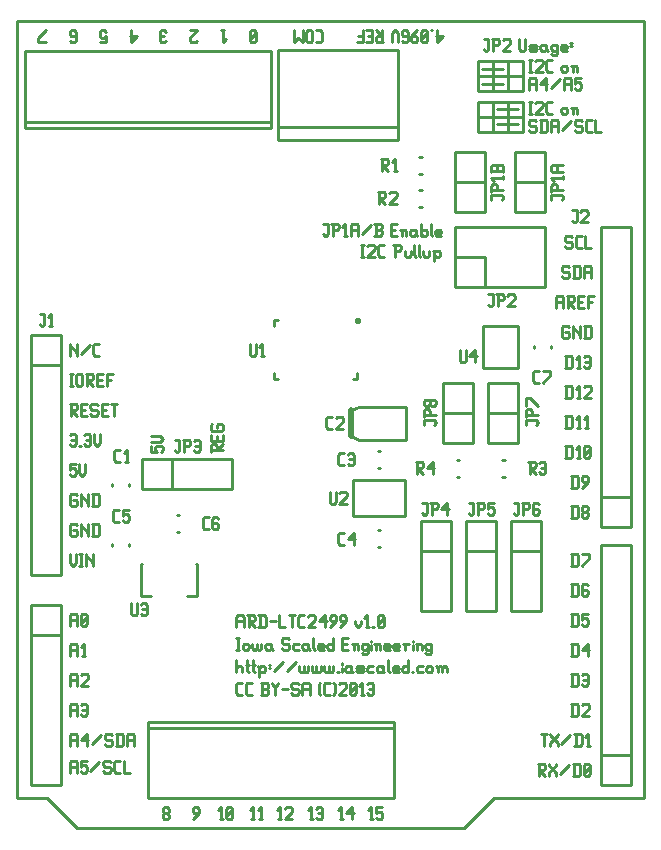
<source format=gbr>
G04 start of page 8 for group -4079 idx -4079 *
G04 Title: (unknown), topsilk *
G04 Creator: pcb 20110918 *
G04 CreationDate: Sat 02 Feb 2013 08:58:03 PM GMT UTC *
G04 For: petersen *
G04 Format: Gerber/RS-274X *
G04 PCB-Dimensions: 210000 270000 *
G04 PCB-Coordinate-Origin: lower left *
%MOIN*%
%FSLAX25Y25*%
%LNTOPSILK*%
%ADD64C,0.0200*%
%ADD63C,0.0100*%
G54D63*X209500Y269500D02*Y10500D01*
X159500D02*X149500Y500D01*
X209500Y10500D02*X159500D01*
X160500Y240100D02*X167500D01*
X160500Y235100D02*X167500D01*
X149500Y500D02*X20500D01*
X500Y10500D02*X10500D01*
X20500Y500D02*X10500Y10500D01*
X500D02*Y269500D01*
X209500D01*
X154000Y246100D02*X169000D01*
Y251100D02*X154000D01*
Y256100D02*X169000D01*
Y246100D01*
X164000Y256100D02*Y246100D01*
X159000Y256100D02*Y246100D01*
X154000Y256100D02*Y246100D01*
Y232600D02*X169000D01*
Y237600D02*X154000D01*
Y242600D02*X169000D01*
Y232600D01*
X164000Y242600D02*Y232600D01*
X159000Y242600D02*Y232600D01*
X154000Y242600D02*Y232600D01*
X155500Y253600D02*X162500D01*
X155500Y248600D02*X162500D01*
X18000Y22500D02*Y19000D01*
Y22500D02*X18500Y23000D01*
X20000D01*
X20500Y22500D01*
Y19000D01*
X18000Y21000D02*X20500D01*
X21700Y23000D02*X23700D01*
X21700D02*Y21000D01*
X22200Y21500D01*
X23200D01*
X23700Y21000D01*
Y19500D01*
X23200Y19000D02*X23700Y19500D01*
X22200Y19000D02*X23200D01*
X21700Y19500D02*X22200Y19000D01*
X24900Y19500D02*X27900Y22500D01*
X31100Y23000D02*X31600Y22500D01*
X29600Y23000D02*X31100D01*
X29100Y22500D02*X29600Y23000D01*
X29100Y22500D02*Y21500D01*
X29600Y21000D01*
X31100D01*
X31600Y20500D01*
Y19500D01*
X31100Y19000D02*X31600Y19500D01*
X29600Y19000D02*X31100D01*
X29100Y19500D02*X29600Y19000D01*
X33300D02*X34800D01*
X32800Y19500D02*X33300Y19000D01*
X32800Y22500D02*Y19500D01*
Y22500D02*X33300Y23000D01*
X34800D01*
X36000D02*Y19000D01*
X38000D01*
X18000Y31500D02*Y28000D01*
Y31500D02*X18500Y32000D01*
X20000D01*
X20500Y31500D01*
Y28000D01*
X18000Y30000D02*X20500D01*
X21700D02*X23700Y32000D01*
X21700Y30000D02*X24200D01*
X23700Y32000D02*Y28000D01*
X25400Y28500D02*X28400Y31500D01*
X31600Y32000D02*X32100Y31500D01*
X30100Y32000D02*X31600D01*
X29600Y31500D02*X30100Y32000D01*
X29600Y31500D02*Y30500D01*
X30100Y30000D01*
X31600D01*
X32100Y29500D01*
Y28500D01*
X31600Y28000D02*X32100Y28500D01*
X30100Y28000D02*X31600D01*
X29600Y28500D02*X30100Y28000D01*
X33800Y32000D02*Y28000D01*
X35300Y32000D02*X35800Y31500D01*
Y28500D01*
X35300Y28000D02*X35800Y28500D01*
X33300Y28000D02*X35300D01*
X33300Y32000D02*X35300D01*
X37000Y31500D02*Y28000D01*
Y31500D02*X37500Y32000D01*
X39000D01*
X39500Y31500D01*
Y28000D01*
X37000Y30000D02*X39500D01*
X18000Y41500D02*Y38000D01*
Y41500D02*X18500Y42000D01*
X20000D01*
X20500Y41500D01*
Y38000D01*
X18000Y40000D02*X20500D01*
X21700Y41500D02*X22200Y42000D01*
X23200D01*
X23700Y41500D01*
Y38500D01*
X23200Y38000D02*X23700Y38500D01*
X22200Y38000D02*X23200D01*
X21700Y38500D02*X22200Y38000D01*
Y40000D02*X23700D01*
X18000Y51500D02*Y48000D01*
Y51500D02*X18500Y52000D01*
X20000D01*
X20500Y51500D01*
Y48000D01*
X18000Y50000D02*X20500D01*
X21700Y51500D02*X22200Y52000D01*
X23700D01*
X24200Y51500D01*
Y50500D01*
X21700Y48000D02*X24200Y50500D01*
X21700Y48000D02*X24200D01*
X18000Y61500D02*Y58000D01*
Y61500D02*X18500Y62000D01*
X20000D01*
X20500Y61500D01*
Y58000D01*
X18000Y60000D02*X20500D01*
X22200Y58000D02*X23200D01*
X22700Y62000D02*Y58000D01*
X21700Y61000D02*X22700Y62000D01*
X73500Y64000D02*X74500D01*
X74000D02*Y60000D01*
X73500D02*X74500D01*
X75700Y61500D02*Y60500D01*
Y61500D02*X76200Y62000D01*
X77200D01*
X77700Y61500D01*
Y60500D01*
X77200Y60000D02*X77700Y60500D01*
X76200Y60000D02*X77200D01*
X75700Y60500D02*X76200Y60000D01*
X78900Y62000D02*Y60500D01*
X79400Y60000D01*
X79900D01*
X80400Y60500D01*
Y62000D02*Y60500D01*
X80900Y60000D01*
X81400D01*
X81900Y60500D01*
Y62000D02*Y60500D01*
X84600Y62000D02*X85100Y61500D01*
X83600Y62000D02*X84600D01*
X83100Y61500D02*X83600Y62000D01*
X83100Y61500D02*Y60500D01*
X83600Y60000D01*
X85100Y62000D02*Y60500D01*
X85600Y60000D01*
X83600D02*X84600D01*
X85100Y60500D01*
X90600Y64000D02*X91100Y63500D01*
X89100Y64000D02*X90600D01*
X88600Y63500D02*X89100Y64000D01*
X88600Y63500D02*Y62500D01*
X89100Y62000D01*
X90600D01*
X91100Y61500D01*
Y60500D01*
X90600Y60000D02*X91100Y60500D01*
X89100Y60000D02*X90600D01*
X88600Y60500D02*X89100Y60000D01*
X92800Y62000D02*X94300D01*
X92300Y61500D02*X92800Y62000D01*
X92300Y61500D02*Y60500D01*
X92800Y60000D01*
X94300D01*
X97000Y62000D02*X97500Y61500D01*
X96000Y62000D02*X97000D01*
X95500Y61500D02*X96000Y62000D01*
X95500Y61500D02*Y60500D01*
X96000Y60000D01*
X97500Y62000D02*Y60500D01*
X98000Y60000D01*
X96000D02*X97000D01*
X97500Y60500D01*
X99200Y64000D02*Y60500D01*
X99700Y60000D01*
X101200D02*X102700D01*
X100700Y60500D02*X101200Y60000D01*
X100700Y61500D02*Y60500D01*
Y61500D02*X101200Y62000D01*
X102200D01*
X102700Y61500D01*
X100700Y61000D02*X102700D01*
Y61500D02*Y61000D01*
X105900Y64000D02*Y60000D01*
X105400D02*X105900Y60500D01*
X104400Y60000D02*X105400D01*
X103900Y60500D02*X104400Y60000D01*
X103900Y61500D02*Y60500D01*
Y61500D02*X104400Y62000D01*
X105400D01*
X105900Y61500D01*
X108900Y62000D02*X110400D01*
X108900Y60000D02*X110900D01*
X108900Y64000D02*Y60000D01*
Y64000D02*X110900D01*
X112600Y61500D02*Y60000D01*
Y61500D02*X113100Y62000D01*
X113600D01*
X114100Y61500D01*
Y60000D01*
X112100Y62000D02*X112600Y61500D01*
X116800Y62000D02*X117300Y61500D01*
X115800Y62000D02*X116800D01*
X115300Y61500D02*X115800Y62000D01*
X115300Y61500D02*Y60500D01*
X115800Y60000D01*
X116800D01*
X117300Y60500D01*
X115300Y59000D02*X115800Y58500D01*
X116800D01*
X117300Y59000D01*
Y62000D02*Y59000D01*
X118500Y63000D02*Y62500D01*
Y61500D02*Y60000D01*
X120000Y61500D02*Y60000D01*
Y61500D02*X120500Y62000D01*
X121000D01*
X121500Y61500D01*
Y60000D01*
X119500Y62000D02*X120000Y61500D01*
X123200Y60000D02*X124700D01*
X122700Y60500D02*X123200Y60000D01*
X122700Y61500D02*Y60500D01*
Y61500D02*X123200Y62000D01*
X124200D01*
X124700Y61500D01*
X122700Y61000D02*X124700D01*
Y61500D02*Y61000D01*
X126400Y60000D02*X127900D01*
X125900Y60500D02*X126400Y60000D01*
X125900Y61500D02*Y60500D01*
Y61500D02*X126400Y62000D01*
X127400D01*
X127900Y61500D01*
X125900Y61000D02*X127900D01*
Y61500D02*Y61000D01*
X129600Y61500D02*Y60000D01*
Y61500D02*X130100Y62000D01*
X131100D01*
X129100D02*X129600Y61500D01*
X132300Y63000D02*Y62500D01*
Y61500D02*Y60000D01*
X133800Y61500D02*Y60000D01*
Y61500D02*X134300Y62000D01*
X134800D01*
X135300Y61500D01*
Y60000D01*
X133300Y62000D02*X133800Y61500D01*
X138000Y62000D02*X138500Y61500D01*
X137000Y62000D02*X138000D01*
X136500Y61500D02*X137000Y62000D01*
X136500Y61500D02*Y60500D01*
X137000Y60000D01*
X138000D01*
X138500Y60500D01*
X136500Y59000D02*X137000Y58500D01*
X138000D01*
X138500Y59000D01*
Y62000D02*Y59000D01*
X73500Y56500D02*Y52500D01*
Y54000D02*X74000Y54500D01*
X75000D01*
X75500Y54000D01*
Y52500D01*
X77200Y56500D02*Y53000D01*
X77700Y52500D01*
X76700Y55000D02*X77700D01*
X79200Y56500D02*Y53000D01*
X79700Y52500D01*
X78700Y55000D02*X79700D01*
X81200Y54000D02*Y51000D01*
X80700Y54500D02*X81200Y54000D01*
X81700Y54500D01*
X82700D01*
X83200Y54000D01*
Y53000D01*
X82700Y52500D02*X83200Y53000D01*
X81700Y52500D02*X82700D01*
X81200Y53000D02*X81700Y52500D01*
X84400Y55000D02*X84900D01*
X84400Y54000D02*X84900D01*
X86100Y53000D02*X89100Y56000D01*
X90300Y53000D02*X93300Y56000D01*
X94500Y54500D02*Y53000D01*
X95000Y52500D01*
X95500D01*
X96000Y53000D01*
Y54500D02*Y53000D01*
X96500Y52500D01*
X97000D01*
X97500Y53000D01*
Y54500D02*Y53000D01*
X98700Y54500D02*Y53000D01*
X99200Y52500D01*
X99700D01*
X100200Y53000D01*
Y54500D02*Y53000D01*
X100700Y52500D01*
X101200D01*
X101700Y53000D01*
Y54500D02*Y53000D01*
X102900Y54500D02*Y53000D01*
X103400Y52500D01*
X103900D01*
X104400Y53000D01*
Y54500D02*Y53000D01*
X104900Y52500D01*
X105400D01*
X105900Y53000D01*
Y54500D02*Y53000D01*
X107100Y52500D02*X107600D01*
X108800Y55500D02*Y55000D01*
Y54000D02*Y52500D01*
X111300Y54500D02*X111800Y54000D01*
X110300Y54500D02*X111300D01*
X109800Y54000D02*X110300Y54500D01*
X109800Y54000D02*Y53000D01*
X110300Y52500D01*
X111800Y54500D02*Y53000D01*
X112300Y52500D01*
X110300D02*X111300D01*
X111800Y53000D01*
X114000Y52500D02*X115500D01*
X116000Y53000D01*
X115500Y53500D02*X116000Y53000D01*
X114000Y53500D02*X115500D01*
X113500Y54000D02*X114000Y53500D01*
X113500Y54000D02*X114000Y54500D01*
X115500D01*
X116000Y54000D01*
X113500Y53000D02*X114000Y52500D01*
X117700Y54500D02*X119200D01*
X117200Y54000D02*X117700Y54500D01*
X117200Y54000D02*Y53000D01*
X117700Y52500D01*
X119200D01*
X121900Y54500D02*X122400Y54000D01*
X120900Y54500D02*X121900D01*
X120400Y54000D02*X120900Y54500D01*
X120400Y54000D02*Y53000D01*
X120900Y52500D01*
X122400Y54500D02*Y53000D01*
X122900Y52500D01*
X120900D02*X121900D01*
X122400Y53000D01*
X124100Y56500D02*Y53000D01*
X124600Y52500D01*
X126100D02*X127600D01*
X125600Y53000D02*X126100Y52500D01*
X125600Y54000D02*Y53000D01*
Y54000D02*X126100Y54500D01*
X127100D01*
X127600Y54000D01*
X125600Y53500D02*X127600D01*
Y54000D02*Y53500D01*
X130800Y56500D02*Y52500D01*
X130300D02*X130800Y53000D01*
X129300Y52500D02*X130300D01*
X128800Y53000D02*X129300Y52500D01*
X128800Y54000D02*Y53000D01*
Y54000D02*X129300Y54500D01*
X130300D01*
X130800Y54000D01*
X132000Y52500D02*X132500D01*
X134200Y54500D02*X135700D01*
X133700Y54000D02*X134200Y54500D01*
X133700Y54000D02*Y53000D01*
X134200Y52500D01*
X135700D01*
X136900Y54000D02*Y53000D01*
Y54000D02*X137400Y54500D01*
X138400D01*
X138900Y54000D01*
Y53000D01*
X138400Y52500D02*X138900Y53000D01*
X137400Y52500D02*X138400D01*
X136900Y53000D02*X137400Y52500D01*
X140600Y54000D02*Y52500D01*
Y54000D02*X141100Y54500D01*
X141600D01*
X142100Y54000D01*
Y52500D01*
Y54000D02*X142600Y54500D01*
X143100D01*
X143600Y54000D01*
Y52500D01*
X140100Y54500D02*X140600Y54000D01*
X74000Y45000D02*X75500D01*
X73500Y45500D02*X74000Y45000D01*
X73500Y48500D02*Y45500D01*
Y48500D02*X74000Y49000D01*
X75500D01*
X77200Y45000D02*X78700D01*
X76700Y45500D02*X77200Y45000D01*
X76700Y48500D02*Y45500D01*
Y48500D02*X77200Y49000D01*
X78700D01*
X81700Y45000D02*X83700D01*
X84200Y45500D01*
Y46500D02*Y45500D01*
X83700Y47000D02*X84200Y46500D01*
X82200Y47000D02*X83700D01*
X82200Y49000D02*Y45000D01*
X81700Y49000D02*X83700D01*
X84200Y48500D01*
Y47500D01*
X83700Y47000D02*X84200Y47500D01*
X85400Y49000D02*Y48500D01*
X86400Y47500D01*
X87400Y48500D01*
Y49000D02*Y48500D01*
X86400Y47500D02*Y45000D01*
X88600Y47000D02*X90600D01*
X93800Y49000D02*X94300Y48500D01*
X92300Y49000D02*X93800D01*
X91800Y48500D02*X92300Y49000D01*
X91800Y48500D02*Y47500D01*
X92300Y47000D01*
X93800D01*
X94300Y46500D01*
Y45500D01*
X93800Y45000D02*X94300Y45500D01*
X92300Y45000D02*X93800D01*
X91800Y45500D02*X92300Y45000D01*
X95500Y48500D02*Y45000D01*
Y48500D02*X96000Y49000D01*
X97500D01*
X98000Y48500D01*
Y45000D01*
X95500Y47000D02*X98000D01*
X101000Y45500D02*X101500Y45000D01*
X101000Y48500D02*X101500Y49000D01*
X101000Y48500D02*Y45500D01*
X103200Y45000D02*X104700D01*
X102700Y45500D02*X103200Y45000D01*
X102700Y48500D02*Y45500D01*
Y48500D02*X103200Y49000D01*
X104700D01*
X105900D02*X106400Y48500D01*
Y45500D01*
X105900Y45000D02*X106400Y45500D01*
X107600Y48500D02*X108100Y49000D01*
X109600D01*
X110100Y48500D01*
Y47500D01*
X107600Y45000D02*X110100Y47500D01*
X107600Y45000D02*X110100D01*
X111300Y45500D02*X111800Y45000D01*
X111300Y48500D02*Y45500D01*
Y48500D02*X111800Y49000D01*
X112800D01*
X113300Y48500D01*
Y45500D01*
X112800Y45000D02*X113300Y45500D01*
X111800Y45000D02*X112800D01*
X111300Y46000D02*X113300Y48000D01*
X115000Y45000D02*X116000D01*
X115500Y49000D02*Y45000D01*
X114500Y48000D02*X115500Y49000D01*
X117200Y48500D02*X117700Y49000D01*
X118700D01*
X119200Y48500D01*
Y45500D01*
X118700Y45000D02*X119200Y45500D01*
X117700Y45000D02*X118700D01*
X117200Y45500D02*X117700Y45000D01*
Y47000D02*X119200D01*
X18000Y71500D02*Y68000D01*
Y71500D02*X18500Y72000D01*
X20000D01*
X20500Y71500D01*
Y68000D01*
X18000Y70000D02*X20500D01*
X21700Y68500D02*X22200Y68000D01*
X21700Y71500D02*Y68500D01*
Y71500D02*X22200Y72000D01*
X23200D01*
X23700Y71500D01*
Y68500D01*
X23200Y68000D02*X23700Y68500D01*
X22200Y68000D02*X23200D01*
X21700Y69000D02*X23700Y71000D01*
X73500D02*Y67500D01*
Y71000D02*X74000Y71500D01*
X75500D01*
X76000Y71000D01*
Y67500D01*
X73500Y69500D02*X76000D01*
X77200Y71500D02*X79200D01*
X79700Y71000D01*
Y70000D01*
X79200Y69500D02*X79700Y70000D01*
X77700Y69500D02*X79200D01*
X77700Y71500D02*Y67500D01*
Y69500D02*X79700Y67500D01*
X81400Y71500D02*Y67500D01*
X82900Y71500D02*X83400Y71000D01*
Y68000D01*
X82900Y67500D02*X83400Y68000D01*
X80900Y67500D02*X82900D01*
X80900Y71500D02*X82900D01*
X84600Y69500D02*X86600D01*
X87800Y71500D02*Y67500D01*
X89800D01*
X91000Y71500D02*X93000D01*
X92000D02*Y67500D01*
X94700D02*X96200D01*
X94200Y68000D02*X94700Y67500D01*
X94200Y71000D02*Y68000D01*
Y71000D02*X94700Y71500D01*
X96200D01*
X97400Y71000D02*X97900Y71500D01*
X99400D01*
X99900Y71000D01*
Y70000D01*
X97400Y67500D02*X99900Y70000D01*
X97400Y67500D02*X99900D01*
X101100Y69500D02*X103100Y71500D01*
X101100Y69500D02*X103600D01*
X103100Y71500D02*Y67500D01*
X104800D02*X106800Y69500D01*
Y71000D02*Y69500D01*
X106300Y71500D02*X106800Y71000D01*
X105300Y71500D02*X106300D01*
X104800Y71000D02*X105300Y71500D01*
X104800Y71000D02*Y70000D01*
X105300Y69500D01*
X106800D01*
X108000Y67500D02*X110000Y69500D01*
Y71000D02*Y69500D01*
X109500Y71500D02*X110000Y71000D01*
X108500Y71500D02*X109500D01*
X108000Y71000D02*X108500Y71500D01*
X108000Y71000D02*Y70000D01*
X108500Y69500D01*
X110000D01*
X113000D02*Y68500D01*
X114000Y67500D01*
X115000Y68500D01*
Y69500D02*Y68500D01*
X116700Y67500D02*X117700D01*
X117200Y71500D02*Y67500D01*
X116200Y70500D02*X117200Y71500D01*
X118900Y67500D02*X119400D01*
X120600Y68000D02*X121100Y67500D01*
X120600Y71000D02*Y68000D01*
Y71000D02*X121100Y71500D01*
X122100D01*
X122600Y71000D01*
Y68000D01*
X122100Y67500D02*X122600Y68000D01*
X121100Y67500D02*X122100D01*
X120600Y68500D02*X122600Y70500D01*
X49000Y4000D02*X49500Y3500D01*
X49000Y5000D02*Y4000D01*
Y5000D02*X49500Y5500D01*
X50500D01*
X51000Y5000D01*
Y4000D01*
X50500Y3500D02*X51000Y4000D01*
X49500Y3500D02*X50500D01*
X49000Y6000D02*X49500Y5500D01*
X49000Y7000D02*Y6000D01*
Y7000D02*X49500Y7500D01*
X50500D01*
X51000Y7000D01*
Y6000D01*
X50500Y5500D02*X51000Y6000D01*
X59000Y3500D02*X61000Y5500D01*
Y7000D02*Y5500D01*
X60500Y7500D02*X61000Y7000D01*
X59500Y7500D02*X60500D01*
X59000Y7000D02*X59500Y7500D01*
X59000Y7000D02*Y6000D01*
X59500Y5500D01*
X61000D01*
X68000Y3500D02*X69000D01*
X68500Y7500D02*Y3500D01*
X67500Y6500D02*X68500Y7500D01*
X70200Y4000D02*X70700Y3500D01*
X70200Y7000D02*Y4000D01*
Y7000D02*X70700Y7500D01*
X71700D01*
X72200Y7000D01*
Y4000D01*
X71700Y3500D02*X72200Y4000D01*
X70700Y3500D02*X71700D01*
X70200Y4500D02*X72200Y6500D01*
X78500Y3500D02*X79500D01*
X79000Y7500D02*Y3500D01*
X78000Y6500D02*X79000Y7500D01*
X81200Y3500D02*X82200D01*
X81700Y7500D02*Y3500D01*
X80700Y6500D02*X81700Y7500D01*
X87500Y3500D02*X88500D01*
X88000Y7500D02*Y3500D01*
X87000Y6500D02*X88000Y7500D01*
X89700Y7000D02*X90200Y7500D01*
X91700D01*
X92200Y7000D01*
Y6000D01*
X89700Y3500D02*X92200Y6000D01*
X89700Y3500D02*X92200D01*
X98000D02*X99000D01*
X98500Y7500D02*Y3500D01*
X97500Y6500D02*X98500Y7500D01*
X100200Y7000D02*X100700Y7500D01*
X101700D01*
X102200Y7000D01*
Y4000D01*
X101700Y3500D02*X102200Y4000D01*
X100700Y3500D02*X101700D01*
X100200Y4000D02*X100700Y3500D01*
Y5500D02*X102200D01*
X108000Y3500D02*X109000D01*
X108500Y7500D02*Y3500D01*
X107500Y6500D02*X108500Y7500D01*
X110200Y5500D02*X112200Y7500D01*
X110200Y5500D02*X112700D01*
X112200Y7500D02*Y3500D01*
X118000D02*X119000D01*
X118500Y7500D02*Y3500D01*
X117500Y6500D02*X118500Y7500D01*
X120200D02*X122200D01*
X120200D02*Y5500D01*
X120700Y6000D01*
X121700D01*
X122200Y5500D01*
Y4000D01*
X121700Y3500D02*X122200Y4000D01*
X120700Y3500D02*X121700D01*
X120200Y4000D02*X120700Y3500D01*
X185500Y108000D02*Y104000D01*
X187000Y108000D02*X187500Y107500D01*
Y104500D01*
X187000Y104000D02*X187500Y104500D01*
X185000Y104000D02*X187000D01*
X185000Y108000D02*X187000D01*
X188700Y104500D02*X189200Y104000D01*
X188700Y105500D02*Y104500D01*
Y105500D02*X189200Y106000D01*
X190200D01*
X190700Y105500D01*
Y104500D01*
X190200Y104000D02*X190700Y104500D01*
X189200Y104000D02*X190200D01*
X188700Y106500D02*X189200Y106000D01*
X188700Y107500D02*Y106500D01*
Y107500D02*X189200Y108000D01*
X190200D01*
X190700Y107500D01*
Y106500D01*
X190200Y106000D02*X190700Y106500D01*
X183500Y158000D02*Y154000D01*
X185000Y158000D02*X185500Y157500D01*
Y154500D01*
X185000Y154000D02*X185500Y154500D01*
X183000Y154000D02*X185000D01*
X183000Y158000D02*X185000D01*
X187200Y154000D02*X188200D01*
X187700Y158000D02*Y154000D01*
X186700Y157000D02*X187700Y158000D01*
X189400Y157500D02*X189900Y158000D01*
X190900D01*
X191400Y157500D01*
Y154500D01*
X190900Y154000D02*X191400Y154500D01*
X189900Y154000D02*X190900D01*
X189400Y154500D02*X189900Y154000D01*
Y156000D02*X191400D01*
X183500Y148000D02*Y144000D01*
X185000Y148000D02*X185500Y147500D01*
Y144500D01*
X185000Y144000D02*X185500Y144500D01*
X183000Y144000D02*X185000D01*
X183000Y148000D02*X185000D01*
X187200Y144000D02*X188200D01*
X187700Y148000D02*Y144000D01*
X186700Y147000D02*X187700Y148000D01*
X189400Y147500D02*X189900Y148000D01*
X191400D01*
X191900Y147500D01*
Y146500D01*
X189400Y144000D02*X191900Y146500D01*
X189400Y144000D02*X191900D01*
X183500Y138000D02*Y134000D01*
X185000Y138000D02*X185500Y137500D01*
Y134500D01*
X185000Y134000D02*X185500Y134500D01*
X183000Y134000D02*X185000D01*
X183000Y138000D02*X185000D01*
X187200Y134000D02*X188200D01*
X187700Y138000D02*Y134000D01*
X186700Y137000D02*X187700Y138000D01*
X189900Y134000D02*X190900D01*
X190400Y138000D02*Y134000D01*
X189400Y137000D02*X190400Y138000D01*
X183500Y128000D02*Y124000D01*
X185000Y128000D02*X185500Y127500D01*
Y124500D01*
X185000Y124000D02*X185500Y124500D01*
X183000Y124000D02*X185000D01*
X183000Y128000D02*X185000D01*
X187200Y124000D02*X188200D01*
X187700Y128000D02*Y124000D01*
X186700Y127000D02*X187700Y128000D01*
X189400Y124500D02*X189900Y124000D01*
X189400Y127500D02*Y124500D01*
Y127500D02*X189900Y128000D01*
X190900D01*
X191400Y127500D01*
Y124500D01*
X190900Y124000D02*X191400Y124500D01*
X189900Y124000D02*X190900D01*
X189400Y125000D02*X191400Y127000D01*
X185500Y118000D02*Y114000D01*
X187000Y118000D02*X187500Y117500D01*
Y114500D01*
X187000Y114000D02*X187500Y114500D01*
X185000Y114000D02*X187000D01*
X185000Y118000D02*X187000D01*
X188700Y114000D02*X190700Y116000D01*
Y117500D02*Y116000D01*
X190200Y118000D02*X190700Y117500D01*
X189200Y118000D02*X190200D01*
X188700Y117500D02*X189200Y118000D01*
X188700Y117500D02*Y116500D01*
X189200Y116000D01*
X190700D01*
X185500Y52000D02*Y48000D01*
X187000Y52000D02*X187500Y51500D01*
Y48500D01*
X187000Y48000D02*X187500Y48500D01*
X185000Y48000D02*X187000D01*
X185000Y52000D02*X187000D01*
X188700Y51500D02*X189200Y52000D01*
X190200D01*
X190700Y51500D01*
Y48500D01*
X190200Y48000D02*X190700Y48500D01*
X189200Y48000D02*X190200D01*
X188700Y48500D02*X189200Y48000D01*
Y50000D02*X190700D01*
X185500Y62000D02*Y58000D01*
X187000Y62000D02*X187500Y61500D01*
Y58500D01*
X187000Y58000D02*X187500Y58500D01*
X185000Y58000D02*X187000D01*
X185000Y62000D02*X187000D01*
X188700Y60000D02*X190700Y62000D01*
X188700Y60000D02*X191200D01*
X190700Y62000D02*Y58000D01*
X185500Y42000D02*Y38000D01*
X187000Y42000D02*X187500Y41500D01*
Y38500D01*
X187000Y38000D02*X187500Y38500D01*
X185000Y38000D02*X187000D01*
X185000Y42000D02*X187000D01*
X188700Y41500D02*X189200Y42000D01*
X190700D01*
X191200Y41500D01*
Y40500D01*
X188700Y38000D02*X191200Y40500D01*
X188700Y38000D02*X191200D01*
X174000Y22000D02*X176000D01*
X176500Y21500D01*
Y20500D01*
X176000Y20000D02*X176500Y20500D01*
X174500Y20000D02*X176000D01*
X174500Y22000D02*Y18000D01*
Y20000D02*X176500Y18000D01*
X177700Y22000D02*Y21500D01*
X180200Y19000D01*
Y18000D01*
X177700Y19000D02*Y18000D01*
Y19000D02*X180200Y21500D01*
Y22000D02*Y21500D01*
X181400Y18500D02*X184400Y21500D01*
X186100Y22000D02*Y18000D01*
X187600Y22000D02*X188100Y21500D01*
Y18500D01*
X187600Y18000D02*X188100Y18500D01*
X185600Y18000D02*X187600D01*
X185600Y22000D02*X187600D01*
X189300Y18500D02*X189800Y18000D01*
X189300Y21500D02*Y18500D01*
Y21500D02*X189800Y22000D01*
X190800D01*
X191300Y21500D01*
Y18500D01*
X190800Y18000D02*X191300Y18500D01*
X189800Y18000D02*X190800D01*
X189300Y19000D02*X191300Y21000D01*
X175000Y32000D02*X177000D01*
X176000D02*Y28000D01*
X178200Y32000D02*Y31500D01*
X180700Y29000D01*
Y28000D01*
X178200Y29000D02*Y28000D01*
Y29000D02*X180700Y31500D01*
Y32000D02*Y31500D01*
X181900Y28500D02*X184900Y31500D01*
X186600Y32000D02*Y28000D01*
X188100Y32000D02*X188600Y31500D01*
Y28500D01*
X188100Y28000D02*X188600Y28500D01*
X186100Y28000D02*X188100D01*
X186100Y32000D02*X188100D01*
X190300Y28000D02*X191300D01*
X190800Y32000D02*Y28000D01*
X189800Y31000D02*X190800Y32000D01*
X185500Y92000D02*Y88000D01*
X187000Y92000D02*X187500Y91500D01*
Y88500D01*
X187000Y88000D02*X187500Y88500D01*
X185000Y88000D02*X187000D01*
X185000Y92000D02*X187000D01*
X188700Y88000D02*X191200Y90500D01*
Y92000D02*Y90500D01*
X188700Y92000D02*X191200D01*
X185500Y82000D02*Y78000D01*
X187000Y82000D02*X187500Y81500D01*
Y78500D01*
X187000Y78000D02*X187500Y78500D01*
X185000Y78000D02*X187000D01*
X185000Y82000D02*X187000D01*
X190200D02*X190700Y81500D01*
X189200Y82000D02*X190200D01*
X188700Y81500D02*X189200Y82000D01*
X188700Y81500D02*Y78500D01*
X189200Y78000D01*
X190200Y80000D02*X190700Y79500D01*
X188700Y80000D02*X190200D01*
X189200Y78000D02*X190200D01*
X190700Y78500D01*
Y79500D02*Y78500D01*
X185500Y72000D02*Y68000D01*
X187000Y72000D02*X187500Y71500D01*
Y68500D01*
X187000Y68000D02*X187500Y68500D01*
X185000Y68000D02*X187000D01*
X185000Y72000D02*X187000D01*
X188700D02*X190700D01*
X188700D02*Y70000D01*
X189200Y70500D01*
X190200D01*
X190700Y70000D01*
Y68500D01*
X190200Y68000D02*X190700Y68500D01*
X189200Y68000D02*X190200D01*
X188700Y68500D02*X189200Y68000D01*
X180000Y177500D02*Y174000D01*
Y177500D02*X180500Y178000D01*
X182000D01*
X182500Y177500D01*
Y174000D01*
X180000Y176000D02*X182500D01*
X183700Y178000D02*X185700D01*
X186200Y177500D01*
Y176500D01*
X185700Y176000D02*X186200Y176500D01*
X184200Y176000D02*X185700D01*
X184200Y178000D02*Y174000D01*
Y176000D02*X186200Y174000D01*
X187400Y176000D02*X188900D01*
X187400Y174000D02*X189400D01*
X187400Y178000D02*Y174000D01*
Y178000D02*X189400D01*
X190600D02*Y174000D01*
Y178000D02*X192600D01*
X190600Y176000D02*X192100D01*
X184000Y188000D02*X184500Y187500D01*
X182500Y188000D02*X184000D01*
X182000Y187500D02*X182500Y188000D01*
X182000Y187500D02*Y186500D01*
X182500Y186000D01*
X184000D01*
X184500Y185500D01*
Y184500D01*
X184000Y184000D02*X184500Y184500D01*
X182500Y184000D02*X184000D01*
X182000Y184500D02*X182500Y184000D01*
X186200Y188000D02*Y184000D01*
X187700Y188000D02*X188200Y187500D01*
Y184500D01*
X187700Y184000D02*X188200Y184500D01*
X185700Y184000D02*X187700D01*
X185700Y188000D02*X187700D01*
X189400Y187500D02*Y184000D01*
Y187500D02*X189900Y188000D01*
X191400D01*
X191900Y187500D01*
Y184000D01*
X189400Y186000D02*X191900D01*
X185000Y198000D02*X185500Y197500D01*
X183500Y198000D02*X185000D01*
X183000Y197500D02*X183500Y198000D01*
X183000Y197500D02*Y196500D01*
X183500Y196000D01*
X185000D01*
X185500Y195500D01*
Y194500D01*
X185000Y194000D02*X185500Y194500D01*
X183500Y194000D02*X185000D01*
X183000Y194500D02*X183500Y194000D01*
X187200D02*X188700D01*
X186700Y194500D02*X187200Y194000D01*
X186700Y197500D02*Y194500D01*
Y197500D02*X187200Y198000D01*
X188700D01*
X189900D02*Y194000D01*
X191900D01*
X184000Y168000D02*X184500Y167500D01*
X182500Y168000D02*X184000D01*
X182000Y167500D02*X182500Y168000D01*
X182000Y167500D02*Y164500D01*
X182500Y164000D01*
X184000D01*
X184500Y164500D01*
Y165500D02*Y164500D01*
X184000Y166000D02*X184500Y165500D01*
X183000Y166000D02*X184000D01*
X185700Y168000D02*Y164000D01*
Y168000D02*Y167500D01*
X188200Y165000D01*
Y168000D02*Y164000D01*
X189900Y168000D02*Y164000D01*
X191400Y168000D02*X191900Y167500D01*
Y164500D01*
X191400Y164000D02*X191900Y164500D01*
X189400Y164000D02*X191400D01*
X189400Y168000D02*X191400D01*
X115000Y195000D02*X116000D01*
X115500D02*Y191000D01*
X115000D02*X116000D01*
X117200Y194500D02*X117700Y195000D01*
X119200D01*
X119700Y194500D01*
Y193500D01*
X117200Y191000D02*X119700Y193500D01*
X117200Y191000D02*X119700D01*
X121400D02*X122900D01*
X120900Y191500D02*X121400Y191000D01*
X120900Y194500D02*Y191500D01*
Y194500D02*X121400Y195000D01*
X122900D01*
X126400D02*Y191000D01*
X125900Y195000D02*X127900D01*
X128400Y194500D01*
Y193500D01*
X127900Y193000D02*X128400Y193500D01*
X126400Y193000D02*X127900D01*
X129600D02*Y191500D01*
X130100Y191000D01*
X131100D01*
X131600Y191500D01*
Y193000D02*Y191500D01*
X132800Y195000D02*Y191500D01*
X133300Y191000D01*
X134300Y195000D02*Y191500D01*
X134800Y191000D01*
X135800Y193000D02*Y191500D01*
X136300Y191000D01*
X137300D01*
X137800Y191500D01*
Y193000D02*Y191500D01*
X139500Y192500D02*Y189500D01*
X139000Y193000D02*X139500Y192500D01*
X140000Y193000D01*
X141000D01*
X141500Y192500D01*
Y191500D01*
X141000Y191000D02*X141500Y191500D01*
X140000Y191000D02*X141000D01*
X139500Y191500D02*X140000Y191000D01*
X102500Y202000D02*X104000D01*
Y198500D01*
X103500Y198000D02*X104000Y198500D01*
X103000Y198000D02*X103500D01*
X102500Y198500D02*X103000Y198000D01*
X105700Y202000D02*Y198000D01*
X105200Y202000D02*X107200D01*
X107700Y201500D01*
Y200500D01*
X107200Y200000D02*X107700Y200500D01*
X105700Y200000D02*X107200D01*
X109400Y198000D02*X110400D01*
X109900Y202000D02*Y198000D01*
X108900Y201000D02*X109900Y202000D01*
X111600Y201500D02*Y198000D01*
Y201500D02*X112100Y202000D01*
X113600D01*
X114100Y201500D01*
Y198000D01*
X111600Y200000D02*X114100D01*
X115300Y198500D02*X118300Y201500D01*
X119500Y198000D02*X121500D01*
X122000Y198500D01*
Y199500D02*Y198500D01*
X121500Y200000D02*X122000Y199500D01*
X120000Y200000D02*X121500D01*
X120000Y202000D02*Y198000D01*
X119500Y202000D02*X121500D01*
X122000Y201500D01*
Y200500D01*
X121500Y200000D02*X122000Y200500D01*
X125000Y200000D02*X126500D01*
X125000Y198000D02*X127000D01*
X125000Y202000D02*Y198000D01*
Y202000D02*X127000D01*
X128700Y199500D02*Y198000D01*
Y199500D02*X129200Y200000D01*
X129700D01*
X130200Y199500D01*
Y198000D01*
X128200Y200000D02*X128700Y199500D01*
X132900Y200000D02*X133400Y199500D01*
X131900Y200000D02*X132900D01*
X131400Y199500D02*X131900Y200000D01*
X131400Y199500D02*Y198500D01*
X131900Y198000D01*
X133400Y200000D02*Y198500D01*
X133900Y198000D01*
X131900D02*X132900D01*
X133400Y198500D01*
X135100Y202000D02*Y198000D01*
Y198500D02*X135600Y198000D01*
X136600D01*
X137100Y198500D01*
Y199500D02*Y198500D01*
X136600Y200000D02*X137100Y199500D01*
X135600Y200000D02*X136600D01*
X135100Y199500D02*X135600Y200000D01*
X138300Y202000D02*Y198500D01*
X138800Y198000D01*
X140300D02*X141800D01*
X139800Y198500D02*X140300Y198000D01*
X139800Y199500D02*Y198500D01*
Y199500D02*X140300Y200000D01*
X141300D01*
X141800Y199500D01*
X139800Y199000D02*X141800D01*
Y199500D02*Y199000D01*
X142500Y264500D02*X140500Y262500D01*
X140000Y264500D02*X142500D01*
X140500Y266500D02*Y262500D01*
X138300Y266500D02*X138800D01*
X137100Y266000D02*X136600Y266500D01*
X137100Y266000D02*Y263000D01*
X136600Y262500D01*
X135600D02*X136600D01*
X135600D02*X135100Y263000D01*
Y266000D02*Y263000D01*
X135600Y266500D02*X135100Y266000D01*
X135600Y266500D02*X136600D01*
X137100Y265500D02*X135100Y263500D01*
X133900Y266500D02*X131900Y264500D01*
Y263000D01*
X132400Y262500D02*X131900Y263000D01*
X132400Y262500D02*X133400D01*
X133900Y263000D02*X133400Y262500D01*
X133900Y264000D02*Y263000D01*
Y264000D02*X133400Y264500D01*
X131900D02*X133400D01*
X129200Y262500D02*X128700Y263000D01*
X129200Y262500D02*X130200D01*
X130700Y263000D02*X130200Y262500D01*
X130700Y266000D02*Y263000D01*
Y266000D02*X130200Y266500D01*
X129200Y264500D02*X128700Y265000D01*
X129200Y264500D02*X130700D01*
X129200Y266500D02*X130200D01*
X129200D02*X128700Y266000D01*
Y265000D01*
X127500Y265500D02*Y262500D01*
Y265500D02*X126500Y266500D01*
X125500Y265500D01*
Y262500D01*
X120500D02*X122500D01*
X120500D02*X120000Y263000D01*
Y264000D02*Y263000D01*
X120500Y264500D02*X120000Y264000D01*
X120500Y264500D02*X122000D01*
Y266500D02*Y262500D01*
Y264500D02*X120000Y266500D01*
X117300Y264500D02*X118800D01*
X116800Y266500D02*X118800D01*
Y262500D01*
X116800D02*X118800D01*
X115600Y266500D02*Y262500D01*
X113600D02*X115600D01*
X114100Y264500D02*X115600D01*
X100000Y266500D02*X101500D01*
X102000Y266000D02*X101500Y266500D01*
X102000Y266000D02*Y263000D01*
X101500Y262500D01*
X100000D02*X101500D01*
X98800Y266000D02*Y263000D01*
X98300Y262500D01*
X97300D02*X98300D01*
X97300D02*X96800Y263000D01*
Y266000D02*Y263000D01*
X97300Y266500D02*X96800Y266000D01*
X97300Y266500D02*X98300D01*
X98800Y266000D02*X98300Y266500D01*
X95600D02*Y262500D01*
X94100Y264000D01*
X92600Y262500D01*
Y266500D02*Y262500D01*
X171000Y256600D02*X172000D01*
X171500D02*Y252600D01*
X171000D02*X172000D01*
X173200Y256100D02*X173700Y256600D01*
X175200D01*
X175700Y256100D01*
Y255100D01*
X173200Y252600D02*X175700Y255100D01*
X173200Y252600D02*X175700D01*
X177400D02*X178900D01*
X176900Y253100D02*X177400Y252600D01*
X176900Y256100D02*Y253100D01*
Y256100D02*X177400Y256600D01*
X178900D01*
X181900Y254100D02*Y253100D01*
Y254100D02*X182400Y254600D01*
X183400D01*
X183900Y254100D01*
Y253100D01*
X183400Y252600D02*X183900Y253100D01*
X182400Y252600D02*X183400D01*
X181900Y253100D02*X182400Y252600D01*
X185600Y254100D02*Y252600D01*
Y254100D02*X186100Y254600D01*
X186600D01*
X187100Y254100D01*
Y252600D01*
X185100Y254600D02*X185600Y254100D01*
X171000Y250100D02*Y246600D01*
Y250100D02*X171500Y250600D01*
X173000D01*
X173500Y250100D01*
Y246600D01*
X171000Y248600D02*X173500D01*
X174700D02*X176700Y250600D01*
X174700Y248600D02*X177200D01*
X176700Y250600D02*Y246600D01*
X178400Y247100D02*X181400Y250100D01*
X182600D02*Y246600D01*
Y250100D02*X183100Y250600D01*
X184600D01*
X185100Y250100D01*
Y246600D01*
X182600Y248600D02*X185100D01*
X186300Y250600D02*X188300D01*
X186300D02*Y248600D01*
X186800Y249100D01*
X187800D01*
X188300Y248600D01*
Y247100D01*
X187800Y246600D02*X188300Y247100D01*
X186800Y246600D02*X187800D01*
X186300Y247100D02*X186800Y246600D01*
X171000Y242600D02*X172000D01*
X171500D02*Y238600D01*
X171000D02*X172000D01*
X173200Y242100D02*X173700Y242600D01*
X175200D01*
X175700Y242100D01*
Y241100D01*
X173200Y238600D02*X175700Y241100D01*
X173200Y238600D02*X175700D01*
X177400D02*X178900D01*
X176900Y239100D02*X177400Y238600D01*
X176900Y242100D02*Y239100D01*
Y242100D02*X177400Y242600D01*
X178900D01*
X181900Y240100D02*Y239100D01*
Y240100D02*X182400Y240600D01*
X183400D01*
X183900Y240100D01*
Y239100D01*
X183400Y238600D02*X183900Y239100D01*
X182400Y238600D02*X183400D01*
X181900Y239100D02*X182400Y238600D01*
X185600Y240100D02*Y238600D01*
Y240100D02*X186100Y240600D01*
X186600D01*
X187100Y240100D01*
Y238600D01*
X185100Y240600D02*X185600Y240100D01*
X173000Y236600D02*X173500Y236100D01*
X171500Y236600D02*X173000D01*
X171000Y236100D02*X171500Y236600D01*
X171000Y236100D02*Y235100D01*
X171500Y234600D01*
X173000D01*
X173500Y234100D01*
Y233100D01*
X173000Y232600D02*X173500Y233100D01*
X171500Y232600D02*X173000D01*
X171000Y233100D02*X171500Y232600D01*
X175200Y236600D02*Y232600D01*
X176700Y236600D02*X177200Y236100D01*
Y233100D01*
X176700Y232600D02*X177200Y233100D01*
X174700Y232600D02*X176700D01*
X174700Y236600D02*X176700D01*
X178400Y236100D02*Y232600D01*
Y236100D02*X178900Y236600D01*
X180400D01*
X180900Y236100D01*
Y232600D01*
X178400Y234600D02*X180900D01*
X182100Y233100D02*X185100Y236100D01*
X188300Y236600D02*X188800Y236100D01*
X186800Y236600D02*X188300D01*
X186300Y236100D02*X186800Y236600D01*
X186300Y236100D02*Y235100D01*
X186800Y234600D01*
X188300D01*
X188800Y234100D01*
Y233100D01*
X188300Y232600D02*X188800Y233100D01*
X186800Y232600D02*X188300D01*
X186300Y233100D02*X186800Y232600D01*
X190500D02*X192000D01*
X190000Y233100D02*X190500Y232600D01*
X190000Y236100D02*Y233100D01*
Y236100D02*X190500Y236600D01*
X192000D01*
X193200D02*Y232600D01*
X195200D01*
X156000Y263600D02*X157500D01*
Y260100D01*
X157000Y259600D02*X157500Y260100D01*
X156500Y259600D02*X157000D01*
X156000Y260100D02*X156500Y259600D01*
X159200Y263600D02*Y259600D01*
X158700Y263600D02*X160700D01*
X161200Y263100D01*
Y262100D01*
X160700Y261600D02*X161200Y262100D01*
X159200Y261600D02*X160700D01*
X162400Y263100D02*X162900Y263600D01*
X164400D01*
X164900Y263100D01*
Y262100D01*
X162400Y259600D02*X164900Y262100D01*
X162400Y259600D02*X164900D01*
X167900Y263600D02*Y260100D01*
X168400Y259600D01*
X169400D01*
X169900Y260100D01*
Y263600D02*Y260100D01*
X171600Y259600D02*X173100D01*
X173600Y260100D01*
X173100Y260600D02*X173600Y260100D01*
X171600Y260600D02*X173100D01*
X171100Y261100D02*X171600Y260600D01*
X171100Y261100D02*X171600Y261600D01*
X173100D01*
X173600Y261100D01*
X171100Y260100D02*X171600Y259600D01*
X176300Y261600D02*X176800Y261100D01*
X175300Y261600D02*X176300D01*
X174800Y261100D02*X175300Y261600D01*
X174800Y261100D02*Y260100D01*
X175300Y259600D01*
X176800Y261600D02*Y260100D01*
X177300Y259600D01*
X175300D02*X176300D01*
X176800Y260100D01*
X180000Y261600D02*X180500Y261100D01*
X179000Y261600D02*X180000D01*
X178500Y261100D02*X179000Y261600D01*
X178500Y261100D02*Y260100D01*
X179000Y259600D01*
X180000D01*
X180500Y260100D01*
X178500Y258600D02*X179000Y258100D01*
X180000D01*
X180500Y258600D01*
Y261600D02*Y258600D01*
X182200Y259600D02*X183700D01*
X181700Y260100D02*X182200Y259600D01*
X181700Y261100D02*Y260100D01*
Y261100D02*X182200Y261600D01*
X183200D01*
X183700Y261100D01*
X181700Y260600D02*X183700D01*
Y261100D02*Y260600D01*
X184900Y262100D02*X185400D01*
X184900Y261100D02*X185400D01*
X80000Y266000D02*X79500Y266500D01*
X80000Y266000D02*Y263000D01*
X79500Y262500D01*
X78500D02*X79500D01*
X78500D02*X78000Y263000D01*
Y266000D02*Y263000D01*
X78500Y266500D02*X78000Y266000D01*
X78500Y266500D02*X79500D01*
X80000Y265500D02*X78000Y263500D01*
X68500Y266500D02*X69500D01*
X69000D02*Y262500D01*
X70000Y263500D02*X69000Y262500D01*
X60500Y263000D02*X60000Y262500D01*
X58500D02*X60000D01*
X58500D02*X58000Y263000D01*
Y264000D02*Y263000D01*
X60500Y266500D02*X58000Y264000D01*
Y266500D02*X60500D01*
X50000Y263000D02*X49500Y262500D01*
X48500D02*X49500D01*
X48500D02*X48000Y263000D01*
Y266000D02*Y263000D01*
X48500Y266500D02*X48000Y266000D01*
X48500Y266500D02*X49500D01*
X50000Y266000D02*X49500Y266500D01*
X48000Y264500D02*X49500D01*
X40500D02*X38500Y262500D01*
X38000Y264500D02*X40500D01*
X38500Y266500D02*Y262500D01*
X28000D02*X30000D01*
Y264500D02*Y262500D01*
Y264500D02*X29500Y264000D01*
X28500D02*X29500D01*
X28500D02*X28000Y264500D01*
Y266000D02*Y264500D01*
X28500Y266500D02*X28000Y266000D01*
X28500Y266500D02*X29500D01*
X30000Y266000D02*X29500Y266500D01*
X18500Y262500D02*X18000Y263000D01*
X18500Y262500D02*X19500D01*
X20000Y263000D02*X19500Y262500D01*
X20000Y266000D02*Y263000D01*
Y266000D02*X19500Y266500D01*
X18500Y264500D02*X18000Y265000D01*
X18500Y264500D02*X20000D01*
X18500Y266500D02*X19500D01*
X18500D02*X18000Y266000D01*
Y265000D01*
X10000Y266500D02*X7500Y264000D01*
Y262500D01*
X10000D01*
X18000Y122000D02*X20000D01*
X18000D02*Y120000D01*
X18500Y120500D01*
X19500D01*
X20000Y120000D01*
Y118500D01*
X19500Y118000D02*X20000Y118500D01*
X18500Y118000D02*X19500D01*
X18000Y118500D02*X18500Y118000D01*
X21200Y122000D02*Y119000D01*
X22200Y118000D01*
X23200Y119000D01*
Y122000D02*Y119000D01*
X45000Y128000D02*Y126000D01*
X47000D01*
X46500Y126500D01*
Y127500D02*Y126500D01*
Y127500D02*X47000Y128000D01*
X48500D01*
X49000Y127500D02*X48500Y128000D01*
X49000Y127500D02*Y126500D01*
X48500Y126000D02*X49000Y126500D01*
X45000Y129200D02*X48000D01*
X49000Y130200D01*
X48000Y131200D01*
X45000D02*X48000D01*
X65000Y128000D02*Y126000D01*
Y128000D02*X65500Y128500D01*
X66500D01*
X67000Y128000D02*X66500Y128500D01*
X67000Y128000D02*Y126500D01*
X65000D02*X69000D01*
X67000D02*X69000Y128500D01*
X67000Y131200D02*Y129700D01*
X69000Y131700D02*Y129700D01*
X65000D02*X69000D01*
X65000Y131700D02*Y129700D01*
Y134900D02*X65500Y135400D01*
X65000Y134900D02*Y133400D01*
X65500Y132900D02*X65000Y133400D01*
X65500Y132900D02*X68500D01*
X69000Y133400D01*
Y134900D02*Y133400D01*
Y134900D02*X68500Y135400D01*
X67500D02*X68500D01*
X67000Y134900D02*X67500Y135400D01*
X67000Y134900D02*Y133900D01*
X18000Y131500D02*X18500Y132000D01*
X19500D01*
X20000Y131500D01*
Y128500D01*
X19500Y128000D02*X20000Y128500D01*
X18500Y128000D02*X19500D01*
X18000Y128500D02*X18500Y128000D01*
Y130000D02*X20000D01*
X21200Y128000D02*X21700D01*
X22900Y131500D02*X23400Y132000D01*
X24400D01*
X24900Y131500D01*
Y128500D01*
X24400Y128000D02*X24900Y128500D01*
X23400Y128000D02*X24400D01*
X22900Y128500D02*X23400Y128000D01*
Y130000D02*X24900D01*
X26100Y132000D02*Y129000D01*
X27100Y128000D01*
X28100Y129000D01*
Y132000D02*Y129000D01*
X18000Y152000D02*X19000D01*
X18500D02*Y148000D01*
X18000D02*X19000D01*
X20200Y151500D02*Y148500D01*
Y151500D02*X20700Y152000D01*
X21700D01*
X22200Y151500D01*
Y148500D01*
X21700Y148000D02*X22200Y148500D01*
X20700Y148000D02*X21700D01*
X20200Y148500D02*X20700Y148000D01*
X23400Y152000D02*X25400D01*
X25900Y151500D01*
Y150500D01*
X25400Y150000D02*X25900Y150500D01*
X23900Y150000D02*X25400D01*
X23900Y152000D02*Y148000D01*
Y150000D02*X25900Y148000D01*
X27100Y150000D02*X28600D01*
X27100Y148000D02*X29100D01*
X27100Y152000D02*Y148000D01*
Y152000D02*X29100D01*
X30300D02*Y148000D01*
Y152000D02*X32300D01*
X30300Y150000D02*X31800D01*
X18000Y142000D02*X20000D01*
X20500Y141500D01*
Y140500D01*
X20000Y140000D02*X20500Y140500D01*
X18500Y140000D02*X20000D01*
X18500Y142000D02*Y138000D01*
Y140000D02*X20500Y138000D01*
X21700Y140000D02*X23200D01*
X21700Y138000D02*X23700D01*
X21700Y142000D02*Y138000D01*
Y142000D02*X23700D01*
X26900D02*X27400Y141500D01*
X25400Y142000D02*X26900D01*
X24900Y141500D02*X25400Y142000D01*
X24900Y141500D02*Y140500D01*
X25400Y140000D01*
X26900D01*
X27400Y139500D01*
Y138500D01*
X26900Y138000D02*X27400Y138500D01*
X25400Y138000D02*X26900D01*
X24900Y138500D02*X25400Y138000D01*
X28600Y140000D02*X30100D01*
X28600Y138000D02*X30600D01*
X28600Y142000D02*Y138000D01*
Y142000D02*X30600D01*
X31800D02*X33800D01*
X32800D02*Y138000D01*
X18000Y162000D02*Y158000D01*
Y162000D02*Y161500D01*
X20500Y159000D01*
Y162000D02*Y158000D01*
X21700Y158500D02*X24700Y161500D01*
X26400Y158000D02*X27900D01*
X25900Y158500D02*X26400Y158000D01*
X25900Y161500D02*Y158500D01*
Y161500D02*X26400Y162000D01*
X27900D01*
X18000Y92000D02*Y89000D01*
X19000Y88000D01*
X20000Y89000D01*
Y92000D02*Y89000D01*
X21200Y92000D02*X22200D01*
X21700D02*Y88000D01*
X21200D02*X22200D01*
X23400Y92000D02*Y88000D01*
Y92000D02*Y91500D01*
X25900Y89000D01*
Y92000D02*Y88000D01*
X20000Y102000D02*X20500Y101500D01*
X18500Y102000D02*X20000D01*
X18000Y101500D02*X18500Y102000D01*
X18000Y101500D02*Y98500D01*
X18500Y98000D01*
X20000D01*
X20500Y98500D01*
Y99500D02*Y98500D01*
X20000Y100000D02*X20500Y99500D01*
X19000Y100000D02*X20000D01*
X21700Y102000D02*Y98000D01*
Y102000D02*Y101500D01*
X24200Y99000D01*
Y102000D02*Y98000D01*
X25900Y102000D02*Y98000D01*
X27400Y102000D02*X27900Y101500D01*
Y98500D01*
X27400Y98000D02*X27900Y98500D01*
X25400Y98000D02*X27400D01*
X25400Y102000D02*X27400D01*
X20000Y112000D02*X20500Y111500D01*
X18500Y112000D02*X20000D01*
X18000Y111500D02*X18500Y112000D01*
X18000Y111500D02*Y108500D01*
X18500Y108000D01*
X20000D01*
X20500Y108500D01*
Y109500D02*Y108500D01*
X20000Y110000D02*X20500Y109500D01*
X19000Y110000D02*X20000D01*
X21700Y112000D02*Y108000D01*
Y112000D02*Y111500D01*
X24200Y109000D01*
Y112000D02*Y108000D01*
X25900Y112000D02*Y108000D01*
X27400Y112000D02*X27900Y111500D01*
Y108500D01*
X27400Y108000D02*X27900Y108500D01*
X25400Y108000D02*X27400D01*
X25400Y112000D02*X27400D01*
X42000Y113500D02*X72000D01*
Y123500D02*Y113500D01*
X42000Y123500D02*X72000D01*
X42000D02*Y113500D01*
X52000Y123500D02*Y113500D01*
X42000Y123500D02*X52000D01*
X86220Y169843D02*Y167843D01*
Y169843D02*X87420D01*
X86220Y152157D02*Y150157D01*
X87420D01*
X113780Y152157D02*Y150157D01*
X112580D02*X113780D01*
X113264Y169327D02*X114264D01*
X113264Y170327D02*Y169327D01*
Y170327D02*X114264D01*
Y169327D01*
X167500Y167900D02*Y154000D01*
X155700Y167900D02*X167500D01*
X155700D02*Y154000D01*
X167500D01*
X146500Y181000D02*X176500D01*
Y201000D02*Y181000D01*
X146500Y201000D02*X176500D01*
X146500D02*Y181000D01*
X156500Y191000D02*Y181000D01*
X146500Y191000D02*X156500D01*
X166500Y226000D02*Y206000D01*
X176500D01*
Y226000D02*Y206000D01*
X166500Y226000D02*X176500D01*
X166500Y216000D02*X176500D01*
Y226000D02*Y216000D01*
X146500Y226000D02*Y206000D01*
X156500D01*
Y226000D02*Y206000D01*
X146500Y226000D02*X156500D01*
X146500Y216000D02*X156500D01*
Y226000D02*Y216000D01*
X172745Y161393D02*Y160607D01*
X178255Y161393D02*Y160607D01*
X134521Y218745D02*X135307D01*
X134521Y224255D02*X135307D01*
X134564Y207745D02*X135350D01*
X134564Y213255D02*X135350D01*
X162150Y117745D02*X162936D01*
X162150Y123255D02*X162936D01*
X147107D02*X147893D01*
X147107Y117745D02*X147893D01*
X120607Y126255D02*X121393D01*
X120607Y120745D02*X121393D01*
X157500Y149000D02*Y129000D01*
X167500D01*
Y149000D01*
X157500D01*
Y139000D02*X167500D01*
Y149000D01*
X142500D02*Y129000D01*
X152500D01*
Y149000D01*
X142500D01*
Y139000D02*X152500D01*
Y149000D01*
G54D64*X111900Y139800D02*Y131200D01*
G54D63*X114300Y130000D01*
X130100D01*
Y141000D01*
X114300D01*
X111900Y139800D01*
X205000Y95000D02*Y15000D01*
X195000Y95000D02*X205000D01*
X195000D02*Y15000D01*
X205000D01*
X195000Y25000D02*X205000D01*
X195000D02*Y15000D01*
X205000Y201000D02*Y101000D01*
X195000Y201000D02*X205000D01*
X195000D02*Y101000D01*
X205000D01*
X195000Y111000D02*X205000D01*
X195000D02*Y101000D01*
X135000Y103000D02*Y73000D01*
X145000D01*
Y103000D02*Y73000D01*
X135000Y103000D02*X145000D01*
X135000Y93000D02*X145000D01*
Y103000D02*Y93000D01*
X150000Y103000D02*Y73000D01*
X160000D01*
Y103000D02*Y73000D01*
X150000Y103000D02*X160000D01*
X150000Y93000D02*X160000D01*
Y103000D02*Y93000D01*
X165000Y103000D02*Y73000D01*
X175000D01*
Y103000D02*Y73000D01*
X165000Y103000D02*X175000D01*
X165000Y93000D02*X175000D01*
Y103000D02*Y93000D01*
X5000Y165000D02*Y85000D01*
X15000D01*
Y165000D01*
X5000D01*
Y155000D02*X15000D01*
Y165000D01*
X5000Y75000D02*Y15000D01*
X15000D01*
Y75000D01*
X5000D01*
Y65000D02*X15000D01*
Y75000D01*
X53607Y99245D02*X54393D01*
X53607Y104755D02*X54393D01*
X85000Y259500D02*Y234000D01*
X3000Y259500D02*Y234000D01*
X85000D01*
X3000Y236000D02*X85000D01*
X3000Y259500D02*X85000D01*
X87500Y259800D02*X127500D01*
X87500Y229800D02*X127500D01*
X87500Y234200D02*X127500D01*
Y259800D02*Y229800D01*
X87500Y259800D02*Y229800D01*
X32245Y115350D02*Y114564D01*
X37755Y115350D02*Y114564D01*
X112400Y116500D02*X129600D01*
Y104500D01*
X112400D02*X129600D01*
X112400Y116500D02*Y104500D01*
X120607Y99755D02*X121393D01*
X120607Y94245D02*X121393D01*
X37755Y95393D02*Y94607D01*
X32245Y95393D02*Y94607D01*
X60250Y88485D02*Y77855D01*
X41750Y88485D02*Y77855D01*
X57000D02*X60250D01*
X41750D02*X45000D01*
X60071Y88485D02*X60250D01*
X41750D02*X41929D01*
X44000Y36000D02*Y10500D01*
X126000Y36000D02*Y10500D01*
X44000Y36000D02*X126000D01*
X44000Y34000D02*X126000D01*
X44000Y10500D02*X126000D01*
X8000Y172000D02*X9500D01*
Y168500D01*
X9000Y168000D02*X9500Y168500D01*
X8500Y168000D02*X9000D01*
X8000Y168500D02*X8500Y168000D01*
X11200D02*X12200D01*
X11700Y172000D02*Y168000D01*
X10700Y171000D02*X11700Y172000D01*
X62807Y100150D02*X64307D01*
X62307Y100650D02*X62807Y100150D01*
X62307Y103650D02*Y100650D01*
Y103650D02*X62807Y104150D01*
X64307D01*
X67007D02*X67507Y103650D01*
X66007Y104150D02*X67007D01*
X65507Y103650D02*X66007Y104150D01*
X65507Y103650D02*Y100650D01*
X66007Y100150D01*
X67007Y102150D02*X67507Y101650D01*
X65507Y102150D02*X67007D01*
X66007Y100150D02*X67007D01*
X67507Y100650D01*
Y101650D02*Y100650D01*
X32893Y102650D02*X34393D01*
X32393Y103150D02*X32893Y102650D01*
X32393Y106150D02*Y103150D01*
Y106150D02*X32893Y106650D01*
X34393D01*
X35593D02*X37593D01*
X35593D02*Y104650D01*
X36093Y105150D01*
X37093D01*
X37593Y104650D01*
Y103150D01*
X37093Y102650D02*X37593Y103150D01*
X36093Y102650D02*X37093D01*
X35593Y103150D02*X36093Y102650D01*
X33307Y122650D02*X34807D01*
X32807Y123150D02*X33307Y122650D01*
X32807Y126150D02*Y123150D01*
Y126150D02*X33307Y126650D01*
X34807D01*
X36507Y122650D02*X37507D01*
X37007Y126650D02*Y122650D01*
X36007Y125650D02*X37007Y126650D01*
X53000Y130000D02*X54500D01*
Y126500D01*
X54000Y126000D02*X54500Y126500D01*
X53500Y126000D02*X54000D01*
X53000Y126500D02*X53500Y126000D01*
X56200Y130000D02*Y126000D01*
X55700Y130000D02*X57700D01*
X58200Y129500D01*
Y128500D01*
X57700Y128000D02*X58200Y128500D01*
X56200Y128000D02*X57700D01*
X59400Y129500D02*X59900Y130000D01*
X60900D01*
X61400Y129500D01*
Y126500D01*
X60900Y126000D02*X61400Y126500D01*
X59900Y126000D02*X60900D01*
X59400Y126500D02*X59900Y126000D01*
Y128000D02*X61400D01*
X78000Y162000D02*Y158500D01*
X78500Y158000D01*
X79500D01*
X80000Y158500D01*
Y162000D02*Y158500D01*
X81700Y158000D02*X82700D01*
X82200Y162000D02*Y158000D01*
X81200Y161000D02*X82200Y162000D01*
X38505Y75500D02*Y72000D01*
X39005Y71500D01*
X40005D01*
X40505Y72000D01*
Y75500D02*Y72000D01*
X41705Y75000D02*X42205Y75500D01*
X43205D01*
X43705Y75000D01*
Y72000D01*
X43205Y71500D02*X43705Y72000D01*
X42205Y71500D02*X43205D01*
X41705Y72000D02*X42205Y71500D01*
Y73500D02*X43705D01*
X104000Y133600D02*X105500D01*
X103500Y134100D02*X104000Y133600D01*
X103500Y137100D02*Y134100D01*
Y137100D02*X104000Y137600D01*
X105500D01*
X106700Y137100D02*X107200Y137600D01*
X108700D01*
X109200Y137100D01*
Y136100D01*
X106700Y133600D02*X109200Y136100D01*
X106700Y133600D02*X109200D01*
X108000Y121500D02*X109500D01*
X107500Y122000D02*X108000Y121500D01*
X107500Y125000D02*Y122000D01*
Y125000D02*X108000Y125500D01*
X109500D01*
X110700Y125000D02*X111200Y125500D01*
X112200D01*
X112700Y125000D01*
Y122000D01*
X112200Y121500D02*X112700Y122000D01*
X111200Y121500D02*X112200D01*
X110700Y122000D02*X111200Y121500D01*
Y123500D02*X112700D01*
X104602Y112582D02*Y109082D01*
X105102Y108582D01*
X106102D01*
X106602Y109082D01*
Y112582D02*Y109082D01*
X107802Y112082D02*X108302Y112582D01*
X109802D01*
X110302Y112082D01*
Y111082D01*
X107802Y108582D02*X110302Y111082D01*
X107802Y108582D02*X110302D01*
X108000Y95000D02*X109500D01*
X107500Y95500D02*X108000Y95000D01*
X107500Y98500D02*Y95500D01*
Y98500D02*X108000Y99000D01*
X109500D01*
X110700Y97000D02*X112700Y99000D01*
X110700Y97000D02*X113200D01*
X112700Y99000D02*Y95000D01*
X185500Y206500D02*X187000D01*
Y203000D01*
X186500Y202500D02*X187000Y203000D01*
X186000Y202500D02*X186500D01*
X185500Y203000D02*X186000Y202500D01*
X188200Y206000D02*X188700Y206500D01*
X190200D01*
X190700Y206000D01*
Y205000D01*
X188200Y202500D02*X190700Y205000D01*
X188200Y202500D02*X190700D01*
X178500Y211500D02*Y210000D01*
Y211500D02*X182000D01*
X182500Y211000D02*X182000Y211500D01*
X182500Y211000D02*Y210500D01*
X182000Y210000D02*X182500Y210500D01*
X178500Y213200D02*X182500D01*
X178500Y214700D02*Y212700D01*
Y214700D02*X179000Y215200D01*
X180000D01*
X180500Y214700D02*X180000Y215200D01*
X180500Y214700D02*Y213200D01*
X182500Y217900D02*Y216900D01*
X178500Y217400D02*X182500D01*
X179500Y216400D02*X178500Y217400D01*
X179000Y219100D02*X182500D01*
X179000D02*X178500Y219600D01*
Y221100D02*Y219600D01*
Y221100D02*X179000Y221600D01*
X182500D01*
X180500D02*Y219100D01*
X158500Y211500D02*Y210000D01*
Y211500D02*X162000D01*
X162500Y211000D02*X162000Y211500D01*
X162500Y211000D02*Y210500D01*
X162000Y210000D02*X162500Y210500D01*
X158500Y213200D02*X162500D01*
X158500Y214700D02*Y212700D01*
Y214700D02*X159000Y215200D01*
X160000D01*
X160500Y214700D02*X160000Y215200D01*
X160500Y214700D02*Y213200D01*
X162500Y217900D02*Y216900D01*
X158500Y217400D02*X162500D01*
X159500Y216400D02*X158500Y217400D01*
X162500Y221100D02*Y219100D01*
Y221100D02*X162000Y221600D01*
X161000D02*X162000D01*
X160500Y221100D02*X161000Y221600D01*
X160500Y221100D02*Y219600D01*
X158500D02*X162500D01*
X158500Y221100D02*Y219100D01*
Y221100D02*X159000Y221600D01*
X160000D01*
X160500Y221100D02*X160000Y221600D01*
X121721Y223650D02*X123721D01*
X124221Y223150D01*
Y222150D01*
X123721Y221650D02*X124221Y222150D01*
X122221Y221650D02*X123721D01*
X122221Y223650D02*Y219650D01*
Y221650D02*X124221Y219650D01*
X125921D02*X126921D01*
X126421Y223650D02*Y219650D01*
X125421Y222650D02*X126421Y223650D01*
X120721Y212650D02*X122721D01*
X123221Y212150D01*
Y211150D01*
X122721Y210650D02*X123221Y211150D01*
X121221Y210650D02*X122721D01*
X121221Y212650D02*Y208650D01*
Y210650D02*X123221Y208650D01*
X124421Y212150D02*X124921Y212650D01*
X126421D01*
X126921Y212150D01*
Y211150D01*
X124421Y208650D02*X126921Y211150D01*
X124421Y208650D02*X126921D01*
X170764Y122650D02*X172764D01*
X173264Y122150D01*
Y121150D01*
X172764Y120650D02*X173264Y121150D01*
X171264Y120650D02*X172764D01*
X171264Y122650D02*Y118650D01*
Y120650D02*X173264Y118650D01*
X174464Y122150D02*X174964Y122650D01*
X175964D01*
X176464Y122150D01*
Y119150D01*
X175964Y118650D02*X176464Y119150D01*
X174964Y118650D02*X175964D01*
X174464Y119150D02*X174964Y118650D01*
Y120650D02*X176464D01*
X133307Y122650D02*X135307D01*
X135807Y122150D01*
Y121150D01*
X135307Y120650D02*X135807Y121150D01*
X133807Y120650D02*X135307D01*
X133807Y122650D02*Y118650D01*
Y120650D02*X135807Y118650D01*
X137007Y120650D02*X139007Y122650D01*
X137007Y120650D02*X139507D01*
X139007Y122650D02*Y118650D01*
X135500Y109000D02*X137000D01*
Y105500D01*
X136500Y105000D02*X137000Y105500D01*
X136000Y105000D02*X136500D01*
X135500Y105500D02*X136000Y105000D01*
X138700Y109000D02*Y105000D01*
X138200Y109000D02*X140200D01*
X140700Y108500D01*
Y107500D01*
X140200Y107000D02*X140700Y107500D01*
X138700Y107000D02*X140200D01*
X141900D02*X143900Y109000D01*
X141900Y107000D02*X144400D01*
X143900Y109000D02*Y105000D01*
X151000Y109000D02*X152500D01*
Y105500D01*
X152000Y105000D02*X152500Y105500D01*
X151500Y105000D02*X152000D01*
X151000Y105500D02*X151500Y105000D01*
X154200Y109000D02*Y105000D01*
X153700Y109000D02*X155700D01*
X156200Y108500D01*
Y107500D01*
X155700Y107000D02*X156200Y107500D01*
X154200Y107000D02*X155700D01*
X157400Y109000D02*X159400D01*
X157400D02*Y107000D01*
X157900Y107500D01*
X158900D01*
X159400Y107000D01*
Y105500D01*
X158900Y105000D02*X159400Y105500D01*
X157900Y105000D02*X158900D01*
X157400Y105500D02*X157900Y105000D01*
X166000Y109000D02*X167500D01*
Y105500D01*
X167000Y105000D02*X167500Y105500D01*
X166500Y105000D02*X167000D01*
X166000Y105500D02*X166500Y105000D01*
X169200Y109000D02*Y105000D01*
X168700Y109000D02*X170700D01*
X171200Y108500D01*
Y107500D01*
X170700Y107000D02*X171200Y107500D01*
X169200Y107000D02*X170700D01*
X173900Y109000D02*X174400Y108500D01*
X172900Y109000D02*X173900D01*
X172400Y108500D02*X172900Y109000D01*
X172400Y108500D02*Y105500D01*
X172900Y105000D01*
X173900Y107000D02*X174400Y106500D01*
X172400Y107000D02*X173900D01*
X172900Y105000D02*X173900D01*
X174400Y105500D01*
Y106500D02*Y105500D01*
X170000Y136500D02*Y135000D01*
Y136500D02*X173500D01*
X174000Y136000D02*X173500Y136500D01*
X174000Y136000D02*Y135500D01*
X173500Y135000D02*X174000Y135500D01*
X170000Y138200D02*X174000D01*
X170000Y139700D02*Y137700D01*
Y139700D02*X170500Y140200D01*
X171500D01*
X172000Y139700D02*X171500Y140200D01*
X172000Y139700D02*Y138200D01*
X174000Y141400D02*X171500Y143900D01*
X170000D02*X171500D01*
X170000D02*Y141400D01*
X136000Y136500D02*Y135000D01*
Y136500D02*X139500D01*
X140000Y136000D02*X139500Y136500D01*
X140000Y136000D02*Y135500D01*
X139500Y135000D02*X140000Y135500D01*
X136000Y138200D02*X140000D01*
X136000Y139700D02*Y137700D01*
Y139700D02*X136500Y140200D01*
X137500D01*
X138000Y139700D02*X137500Y140200D01*
X138000Y139700D02*Y138200D01*
X139500Y141400D02*X140000Y141900D01*
X138500Y141400D02*X139500D01*
X138500D02*X138000Y141900D01*
Y142900D02*Y141900D01*
Y142900D02*X138500Y143400D01*
X139500D01*
X140000Y142900D02*X139500Y143400D01*
X140000Y142900D02*Y141900D01*
X137500Y141400D02*X138000Y141900D01*
X136500Y141400D02*X137500D01*
X136500D02*X136000Y141900D01*
Y142900D02*Y141900D01*
Y142900D02*X136500Y143400D01*
X137500D01*
X138000Y142900D02*X137500Y143400D01*
X148000Y159800D02*Y156300D01*
X148500Y155800D01*
X149500D01*
X150000Y156300D01*
Y159800D02*Y156300D01*
X151200Y157800D02*X153200Y159800D01*
X151200Y157800D02*X153700D01*
X153200Y159800D02*Y155800D01*
X157500Y178500D02*X159000D01*
Y175000D01*
X158500Y174500D02*X159000Y175000D01*
X158000Y174500D02*X158500D01*
X157500Y175000D02*X158000Y174500D01*
X160700Y178500D02*Y174500D01*
X160200Y178500D02*X162200D01*
X162700Y178000D01*
Y177000D01*
X162200Y176500D02*X162700Y177000D01*
X160700Y176500D02*X162200D01*
X163900Y178000D02*X164400Y178500D01*
X165900D01*
X166400Y178000D01*
Y177000D01*
X163900Y174500D02*X166400Y177000D01*
X163900Y174500D02*X166400D01*
X173000Y149000D02*X174500D01*
X172500Y149500D02*X173000Y149000D01*
X172500Y152500D02*Y149500D01*
Y152500D02*X173000Y153000D01*
X174500D01*
X175700Y149000D02*X178200Y151500D01*
Y153000D02*Y151500D01*
X175700Y153000D02*X178200D01*
M02*

</source>
